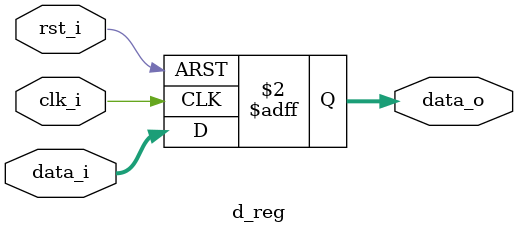
<source format=v>
module d_reg #(
 parameter WIDTH=32
) (  
 input      clk_i,
 input      rst_i,
 input      [WIDTH-1:0] data_i,
 output reg [WIDTH-1:0] data_o
);

   always @ (posedge clk_i, posedge rst_i) begin
    if (rst_i) begin
     data_o <= 0;
    end else begin
     data_o <= data_i;
    end
   end
 
endmodule
</source>
